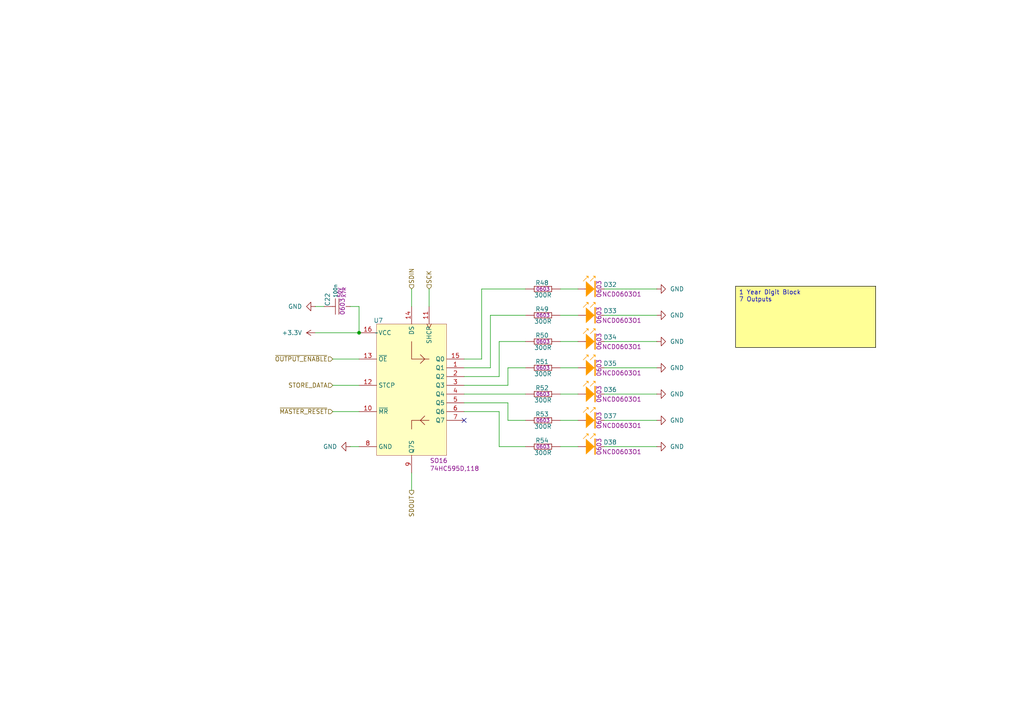
<source format=kicad_sch>
(kicad_sch (version 20250114) (generator "eeschema") (generator_version "9.0")
  (paper "A4")
  (title_block (date "2025-08-08") (rev "1"))
  (lib_symbols
    (symbol "SCH_LIB:C_0603_100nF_50V_X7R" (pin_numbers (hide yes)) (pin_names (hide yes))
      (property "Reference" "C" (at 2.032 -1.016 0))
      (property "Value" "100n" (at 2.54 -3.302 0))
      (property "Voltage" "50V" (at 2.54 -4.572 0))
      (property "Dielectric" "X7R" (at 2.54 -5.842 0))
      (property "SCH_FOOTPRINT" "0603" (at 0 -5.334 0))
      (symbol "C_0603_100nF_50V_X7R_1_0"
        (polyline (pts (xy -2.286 -3.302) (xy 2.286 -3.302)))
        (polyline (pts (xy -2.286 -4.318) (xy 2.286 -4.318)))
        (polyline (pts (xy 0 -2.54) (xy 0 -3.302)))
        (pin passive line (at 0 0 270) (length 2.54) (name "1") (number "1"))
        (pin passive line (at 0 -7.62 90) (length 1.27) (name "2") (number "2"))
      )
    )
    (symbol "SCH_LIB:OL_NCD0603O1" (pin_numbers (hide yes)) (pin_names (hide yes))
      (property "Reference" "D" (at 7.366 1.27 0))
      (property "Manufacturer Part Number" "NCD0603O1" (at 12.7 -1.524 0))
      (property "SCH_FOOTPRINT" "0603" (at 6.096 0 90))
      (symbol "OL_NCD0603O1_1_0"
        (polyline (pts (xy 2.032 0) (xy 2.286 0)))
        (polyline (pts (xy 2.286 3.81) (xy 3.048 3.81) (xy 3.048 3.048) (xy 2.286 3.81)) (stroke (width -0.0001) (color 255 153 0 1)) (fill (type outline)))
        (polyline (pts (xy 2.286 2.286) (xy 4.826 0) (xy 2.286 -2.286) (xy 2.286 2.286)) (stroke (width -0.0001) (color 255 153 0 1)) (fill (type outline)))
        (polyline (pts (xy 2.54 3.302) (xy 1.524 2.286)) (stroke (width 0) (color 255 153 0 1)))
        (polyline (pts (xy 4.318 3.81) (xy 5.08 3.81) (xy 5.08 3.048) (xy 4.318 3.81)) (stroke (width -0.0001) (color 255 153 0 1)) (fill (type outline)))
        (polyline (pts (xy 4.572 3.302) (xy 3.556 2.286)) (stroke (width 0) (color 255 153 0 1)))
        (polyline (pts (xy 4.826 2.286) (xy 5.08 2.286) (xy 5.08 -2.286) (xy 4.826 -2.286) (xy 4.826 2.286)) (stroke (width 0) (color 255 153 0 1)) (fill (type color) (color 255 153 0 1)))
        (pin passive line (at 0 0 0) (length 2.032) (name "A") (number "2"))
        (pin passive line (at 7.62 0 180) (length 1.016) (name "K") (number "1"))
      )
    )
    (symbol "SCH_LIB:R_0603_300R_1%" (pin_numbers (hide yes)) (pin_names (hide yes))
      (property "Reference" "R" (at 4.826 1.778 0))
      (property "Value" "300R" (at 5.08 -1.778 0))
      (property "SCH_FOOTPRINT" "0603" (at 5.08 0 0))
      (symbol "R_0603_300R_1%_1_0"
        (polyline (pts (xy 2.54 0.762) (xy 2.54 -0.762)))
        (polyline (pts (xy 2.54 0.762) (xy 7.62 0.762)))
        (polyline (pts (xy 2.54 -0.762) (xy 7.62 -0.762)))
        (polyline (pts (xy 7.62 0.762) (xy 7.62 -0.762)))
        (pin passive line (at 0 0 0) (length 2.54) (name "1") (number "1"))
        (pin passive line (at 10.16 0 180) (length 2.54) (name "2") (number "2"))
      )
    )
    (symbol "SCH_LIB:U_74HC595D,118"
      (property "Reference" "U" (at 0.508 3.556 0))
      (property "Manufacturer Part Number" "74HC595D,118" (at 22.606 -39.37 0))
      (property "SCH_FOOTPRINT" "SO16" (at 18.034 -37.084 0))
      (symbol "U_74HC595D,118_1_0"
        (rectangle (start 0 2.54) (end 20.32 -35.56) (stroke (width 0.0254) (color 128 0 0 1)) (fill (type background)))
        (polyline (pts (xy 10.16 -2.54) (xy 10.16 -7.62) (xy 15.24 -7.62)))
        (polyline (pts (xy 12.7 -6.35) (xy 13.97 -7.62) (xy 12.7 -8.89)))
        (polyline (pts (xy 13.97 -24.13) (xy 12.7 -25.4) (xy 13.97 -26.67)))
        (polyline (pts (xy 15.24 -25.4) (xy 10.16 -25.4) (xy 10.16 -27.94)))
        (pin passive line (at -5.08 0 0) (length 5.08) (name "VCC") (number "16"))
        (pin passive line (at -5.08 -7.62 0) (length 5.08) (name "~{OE}") (number "13"))
        (pin passive line (at -5.08 -15.24 0) (length 5.08) (name "STCP") (number "12"))
        (pin passive line (at -5.08 -22.86 0) (length 5.08) (name "~{MR}") (number "10"))
        (pin passive line (at -5.08 -33.02 0) (length 5.08) (name "GND") (number "8"))
        (pin passive line (at 10.16 7.62 270) (length 5.08) (name "DS") (number "14"))
        (pin passive line (at 10.16 -40.64 90) (length 5.08) (name "Q7S") (number "9"))
        (pin passive clock (at 15.24 7.62 270) (length 5.08) (name "SHCP") (number "11"))
        (pin passive line (at 25.4 -7.62 180) (length 5.08) (name "Q0") (number "15"))
        (pin passive line (at 25.4 -10.16 180) (length 5.08) (name "Q1") (number "1"))
        (pin passive line (at 25.4 -12.7 180) (length 5.08) (name "Q2") (number "2"))
        (pin passive line (at 25.4 -15.24 180) (length 5.08) (name "Q3") (number "3"))
        (pin passive line (at 25.4 -17.78 180) (length 5.08) (name "Q4") (number "4"))
        (pin passive line (at 25.4 -20.32 180) (length 5.08) (name "Q5") (number "5"))
        (pin passive line (at 25.4 -22.86 180) (length 5.08) (name "Q6") (number "6"))
        (pin passive line (at 25.4 -25.4 180) (length 5.08) (name "Q7") (number "7"))
      )
    )
    (symbol "power:+3.3V" (power) (pin_numbers (hide yes)) (pin_names (offset 0) (hide yes))
      (property "Value" "+3.3V" (at 0 3.556 0))
      (symbol "+3.3V_0_1"
        (polyline (pts (xy -0.762 1.27) (xy 0 2.54)))
        (polyline (pts (xy 0 2.54) (xy 0.762 1.27)))
        (polyline (pts (xy 0 0) (xy 0 2.54)))
      )
      (symbol "+3.3V_1_1"
        (pin power_in line (at 0 0 90) (length 0) (name "~") (number "1"))
      )
    )
    (symbol "power:GND" (power) (pin_numbers (hide yes)) (pin_names (offset 0) (hide yes))
      (property "Value" "GND" (at 0 -3.81 0))
      (symbol "GND_0_1"
        (polyline (pts (xy 0 0) (xy 0 -1.27) (xy 1.27 -1.27) (xy 0 -2.54) (xy -1.27 -1.27) (xy 0 -1.27)))
      )
      (symbol "GND_1_1"
        (pin power_in line (at 0 0 270) (length 0) (name "~") (number "1"))
      )
    )
  )
  (text_box "1 Year Digit Block\n7 Outputs" (at 254 83.0072 0) (size -40.64 17.78) (margins 0.9525 0.9525 0.9525 0.9525) (stroke (width 0) (color 0 0 0 1)) (fill (type color) (color 255 255 150 1)) (effects (font (size 1.27 1.27)) (justify left top)))
  (junction (at 104.14 96.52))
  (no_connect (at 134.62 121.92))
  (wire (pts (xy 144.78 109.22) (xy 144.78 99.06)))
  (wire (pts (xy 175.26 129.54) (xy 190.5 129.54)))
  (wire (pts (xy 119.38 88.9) (xy 119.38 83.82)))
  (wire (pts (xy 162.56 83.82) (xy 167.64 83.82)))
  (wire (pts (xy 175.26 121.92) (xy 190.5 121.92)))
  (wire (pts (xy 139.7 104.14) (xy 139.7 83.82)))
  (wire (pts (xy 147.32 116.84) (xy 147.32 121.92)))
  (wire (pts (xy 144.78 99.06) (xy 152.4 99.06)))
  (wire (pts (xy 162.56 121.92) (xy 167.64 121.92)))
  (wire (pts (xy 134.62 114.3) (xy 152.4 114.3)))
  (wire (pts (xy 144.78 129.54) (xy 152.4 129.54)))
  (wire (pts (xy 124.46 83.82) (xy 124.46 88.9)))
  (wire (pts (xy 134.62 104.14) (xy 139.7 104.14)))
  (wire (pts (xy 134.62 116.84) (xy 147.32 116.84)))
  (wire (pts (xy 147.32 106.68) (xy 152.4 106.68)))
  (wire (pts (xy 142.24 106.68) (xy 142.24 91.44)))
  (wire (pts (xy 139.7 83.82) (xy 152.4 83.82)))
  (wire (pts (xy 104.14 96.52) (xy 104.14 88.9)))
  (wire (pts (xy 175.26 99.06) (xy 190.5 99.06)))
  (wire (pts (xy 104.14 119.38) (xy 96.52 119.38)))
  (wire (pts (xy 134.62 109.22) (xy 144.78 109.22)))
  (wire (pts (xy 104.14 129.54) (xy 101.6 129.54)))
  (wire (pts (xy 175.26 106.68) (xy 190.5 106.68)))
  (wire (pts (xy 119.38 137.16) (xy 119.38 142.24)))
  (wire (pts (xy 175.26 114.3) (xy 190.5 114.3)))
  (wire (pts (xy 104.14 88.9) (xy 101.6 88.9)))
  (wire (pts (xy 162.56 114.3) (xy 167.64 114.3)))
  (wire (pts (xy 147.32 111.76) (xy 147.32 106.68)))
  (wire (pts (xy 104.14 96.52) (xy 91.44 96.52)))
  (wire (pts (xy 104.14 104.14) (xy 96.52 104.14)))
  (wire (pts (xy 134.62 111.76) (xy 147.32 111.76)))
  (wire (pts (xy 134.62 106.68) (xy 142.24 106.68)))
  (wire (pts (xy 93.98 88.9) (xy 91.44 88.9)))
  (wire (pts (xy 134.62 119.38) (xy 144.78 119.38)))
  (wire (pts (xy 162.56 129.54) (xy 167.64 129.54)))
  (wire (pts (xy 104.14 111.76) (xy 96.52 111.76)))
  (wire (pts (xy 147.32 121.92) (xy 152.4 121.92)))
  (wire (pts (xy 162.56 91.44) (xy 167.64 91.44)))
  (wire (pts (xy 175.26 91.44) (xy 190.5 91.44)))
  (wire (pts (xy 162.56 106.68) (xy 167.64 106.68)))
  (wire (pts (xy 144.78 119.38) (xy 144.78 129.54)))
  (wire (pts (xy 175.26 83.82) (xy 190.5 83.82)))
  (wire (pts (xy 142.24 91.44) (xy 152.4 91.44)))
  (wire (pts (xy 162.56 99.06) (xy 167.64 99.06)))
  (hierarchical_label "SDIN" (shape input) (at 119.38 83.82 90))
  (hierarchical_label "~{OUTPUT_ENABLE}" (shape input) (at 96.52 104.14 180))
  (hierarchical_label "SDOUT" (shape output) (at 119.38 142.24 270))
  (hierarchical_label "~{MASTER_RESET}" (shape input) (at 96.52 119.38 180))
  (hierarchical_label "SCK" (shape input) (at 124.46 83.82 90))
  (hierarchical_label "STORE_DATA" (shape input) (at 96.52 111.76 180))
  (symbol (lib_id "SCH_LIB:R_0603_300R_1%") (at 152.4 91.44 0) (unit 1)
    (property "Reference" "R49" (at 157.226 89.662 0))
    (property "Value" "300R" (at 157.48 93.218 0))
    (property "Footprint" "PCB_LIB:R_0603_1608" (effects (hide yes)))
    (property "Description" "Resistor" (effects (hide yes)))
    (property "SCH_FOOTPRINT" "0603" (at 157.48 91.44 0) (effects (font (size 1.016 1.016))))
    (property "Tolerance" "1%" (effects (hide yes)))
    (property "Manufacturer" "Yageo" (effects (hide yes)))
    (property "Manufacturer Part Number" "RC0603FR-07300RL" (effects (hide yes)))
    (instances (project "PCB_LED_CALENDAR" (path "" (reference "R49") (unit 1)) (path "" (reference "R56") (unit 1)) (path "" (reference "R63") (unit 1)) (path "" (reference "R70") (unit 1))))
  )
  (symbol (lib_id "power:GND") (at 190.5 91.44 90) (unit 1)
    (property "Reference" "#PWR0112" (effects (hide yes)))
    (property "Value" "GND" (at 194.31 91.4399 90) (effects (justify right)))
    (property "Description" "Power symbol creates a global label with name \"GND\" , ground" (effects (hide yes)))
    (instances (project "PCB_LED_CALENDAR" (path "" (reference "#PWR0112") (unit 1)) (path "" (reference "#PWR0126") (unit 1)) (path "" (reference "#PWR0136") (unit 1)) (path "" (reference "#PWR0146") (unit 1))))
  )
  (symbol (lib_id "SCH_LIB:OL_NCD0603O1") (at 167.64 106.68 0) (unit 1)
    (property "Reference" "D35" (at 175.006 105.41 0) (effects (justify left)))
    (property "Footprint" "PCB_LIB:OL_NCD0603O1" (effects (hide yes)))
    (property "Description" "Orange 130° 65mW 1.6V~2.6V 0603" (effects (hide yes)))
    (property "SCH_FOOTPRINT" "0603" (at 173.736 106.68 90))
    (property "Manufacturer" "Foshan NationStar Optoelectronics" (effects (hide yes)))
    (property "Manufacturer Part Number" "NCD0603O1" (at 180.34 108.204 0))
    (instances (project "PCB_LED_CALENDAR" (path "" (reference "D35") (unit 1)) (path "" (reference "D42") (unit 1)) (path "" (reference "D49") (unit 1)) (path "" (reference "D56") (unit 1))))
  )
  (symbol (lib_id "SCH_LIB:OL_NCD0603O1") (at 167.64 129.54 0) (unit 1)
    (property "Reference" "D38" (at 175.006 128.27 0) (effects (justify left)))
    (property "Footprint" "PCB_LIB:OL_NCD0603O1" (effects (hide yes)))
    (property "Description" "Orange 130° 65mW 1.6V~2.6V 0603" (effects (hide yes)))
    (property "SCH_FOOTPRINT" "0603" (at 173.736 129.54 90))
    (property "Manufacturer" "Foshan NationStar Optoelectronics" (effects (hide yes)))
    (property "Manufacturer Part Number" "NCD0603O1" (at 180.34 131.064 0))
    (instances (project "PCB_LED_CALENDAR" (path "" (reference "D38") (unit 1)) (path "" (reference "D45") (unit 1)) (path "" (reference "D52") (unit 1)) (path "" (reference "D59") (unit 1))))
  )
  (symbol (lib_id "SCH_LIB:R_0603_300R_1%") (at 152.4 106.68 0) (unit 1)
    (property "Reference" "R51" (at 157.226 104.902 0))
    (property "Value" "300R" (at 157.48 108.458 0))
    (property "Footprint" "PCB_LIB:R_0603_1608" (effects (hide yes)))
    (property "Description" "Resistor" (effects (hide yes)))
    (property "SCH_FOOTPRINT" "0603" (at 157.48 106.68 0) (effects (font (size 1.016 1.016))))
    (property "Tolerance" "1%" (effects (hide yes)))
    (property "Manufacturer" "Yageo" (effects (hide yes)))
    (property "Manufacturer Part Number" "RC0603FR-07300RL" (effects (hide yes)))
    (instances (project "PCB_LED_CALENDAR" (path "" (reference "R51") (unit 1)) (path "" (reference "R58") (unit 1)) (path "" (reference "R65") (unit 1)) (path "" (reference "R72") (unit 1))))
  )
  (symbol (lib_id "power:+3.3V") (at 91.44 96.52 90) (unit 1)
    (property "Reference" "#PWR0109" (effects (hide yes)))
    (property "Value" "+3.3V" (at 87.63 96.5199 90) (effects (justify left)))
    (property "Description" "Power symbol creates a global label with name \"+3.3V\"" (effects (hide yes)))
    (instances (project "PCB_LED_CALENDAR" (path "" (reference "#PWR0109") (unit 1)) (path "" (reference "#PWR0123") (unit 1)) (path "" (reference "#PWR0133") (unit 1)) (path "" (reference "#PWR0143") (unit 1))))
  )
  (symbol (lib_id "SCH_LIB:R_0603_300R_1%") (at 152.4 83.82 0) (unit 1)
    (property "Reference" "R48" (at 157.226 82.042 0))
    (property "Value" "300R" (at 157.48 85.598 0))
    (property "Footprint" "PCB_LIB:R_0603_1608" (effects (hide yes)))
    (property "Description" "Resistor" (effects (hide yes)))
    (property "SCH_FOOTPRINT" "0603" (at 157.48 83.82 0) (effects (font (size 1.016 1.016))))
    (property "Tolerance" "1%" (effects (hide yes)))
    (property "Manufacturer" "Yageo" (effects (hide yes)))
    (property "Manufacturer Part Number" "RC0603FR-07300RL" (effects (hide yes)))
    (instances (project "PCB_LED_CALENDAR" (path "" (reference "R48") (unit 1)) (path "" (reference "R55") (unit 1)) (path "" (reference "R62") (unit 1)) (path "" (reference "R69") (unit 1))))
  )
  (symbol (lib_id "power:GND") (at 190.5 99.06 90) (unit 1)
    (property "Reference" "#PWR0117" (effects (hide yes)))
    (property "Value" "GND" (at 194.31 99.0599 90) (effects (justify right)))
    (property "Description" "Power symbol creates a global label with name \"GND\" , ground" (effects (hide yes)))
    (instances (project "PCB_LED_CALENDAR" (path "" (reference "#PWR0117") (unit 1)) (path "" (reference "#PWR0127") (unit 1)) (path "" (reference "#PWR0137") (unit 1)) (path "" (reference "#PWR0147") (unit 1))))
  )
  (symbol (lib_id "SCH_LIB:R_0603_300R_1%") (at 152.4 129.54 0) (unit 1)
    (property "Reference" "R54" (at 157.226 127.762 0))
    (property "Value" "300R" (at 157.48 131.318 0))
    (property "Footprint" "PCB_LIB:R_0603_1608" (effects (hide yes)))
    (property "Description" "Resistor" (effects (hide yes)))
    (property "SCH_FOOTPRINT" "0603" (at 157.48 129.54 0) (effects (font (size 1.016 1.016))))
    (property "Tolerance" "1%" (effects (hide yes)))
    (property "Manufacturer" "Yageo" (effects (hide yes)))
    (property "Manufacturer Part Number" "RC0603FR-07300RL" (effects (hide yes)))
    (instances (project "PCB_LED_CALENDAR" (path "" (reference "R54") (unit 1)) (path "" (reference "R61") (unit 1)) (path "" (reference "R68") (unit 1)) (path "" (reference "R75") (unit 1))))
  )
  (symbol (lib_id "SCH_LIB:OL_NCD0603O1") (at 167.64 91.44 0) (unit 1)
    (property "Reference" "D33" (at 175.006 90.17 0) (effects (justify left)))
    (property "Footprint" "PCB_LIB:OL_NCD0603O1" (effects (hide yes)))
    (property "Description" "Orange 130° 65mW 1.6V~2.6V 0603" (effects (hide yes)))
    (property "SCH_FOOTPRINT" "0603" (at 173.736 91.44 90))
    (property "Manufacturer" "Foshan NationStar Optoelectronics" (effects (hide yes)))
    (property "Manufacturer Part Number" "NCD0603O1" (at 180.34 92.964 0))
    (instances (project "PCB_LED_CALENDAR" (path "" (reference "D33") (unit 1)) (path "" (reference "D40") (unit 1)) (path "" (reference "D47") (unit 1)) (path "" (reference "D54") (unit 1))))
  )
  (symbol (lib_id "power:GND") (at 190.5 121.92 90) (unit 1)
    (property "Reference" "#PWR0120" (effects (hide yes)))
    (property "Value" "GND" (at 194.31 121.9199 90) (effects (justify right)))
    (property "Description" "Power symbol creates a global label with name \"GND\" , ground" (effects (hide yes)))
    (instances (project "PCB_LED_CALENDAR" (path "" (reference "#PWR0120") (unit 1)) (path "" (reference "#PWR0130") (unit 1)) (path "" (reference "#PWR0140") (unit 1)) (path "" (reference "#PWR0150") (unit 1))))
  )
  (symbol (lib_id "SCH_LIB:OL_NCD0603O1") (at 167.64 83.82 0) (unit 1)
    (property "Reference" "D32" (at 175.006 82.55 0) (effects (justify left)))
    (property "Footprint" "PCB_LIB:OL_NCD0603O1" (effects (hide yes)))
    (property "Description" "Orange 130° 65mW 1.6V~2.6V 0603" (effects (hide yes)))
    (property "SCH_FOOTPRINT" "0603" (at 173.736 83.82 90))
    (property "Manufacturer" "Foshan NationStar Optoelectronics" (effects (hide yes)))
    (property "Manufacturer Part Number" "NCD0603O1" (at 180.34 85.344 0))
    (instances (project "PCB_LED_CALENDAR" (path "" (reference "D32") (unit 1)) (path "" (reference "D39") (unit 1)) (path "" (reference "D46") (unit 1)) (path "" (reference "D53") (unit 1))))
  )
  (symbol (lib_id "power:GND") (at 190.5 129.54 90) (unit 1)
    (property "Reference" "#PWR0121" (effects (hide yes)))
    (property "Value" "GND" (at 194.31 129.5399 90) (effects (justify right)))
    (property "Description" "Power symbol creates a global label with name \"GND\" , ground" (effects (hide yes)))
    (instances (project "PCB_LED_CALENDAR" (path "" (reference "#PWR0121") (unit 1)) (path "" (reference "#PWR0131") (unit 1)) (path "" (reference "#PWR0141") (unit 1)) (path "" (reference "#PWR0151") (unit 1))))
  )
  (symbol (lib_id "SCH_LIB:R_0603_300R_1%") (at 152.4 114.3 0) (unit 1)
    (property "Reference" "R52" (at 157.226 112.522 0))
    (property "Value" "300R" (at 157.48 116.078 0))
    (property "Footprint" "PCB_LIB:R_0603_1608" (effects (hide yes)))
    (property "Description" "Resistor" (effects (hide yes)))
    (property "SCH_FOOTPRINT" "0603" (at 157.48 114.3 0) (effects (font (size 1.016 1.016))))
    (property "Tolerance" "1%" (effects (hide yes)))
    (property "Manufacturer" "Yageo" (effects (hide yes)))
    (property "Manufacturer Part Number" "RC0603FR-07300RL" (effects (hide yes)))
    (instances (project "PCB_LED_CALENDAR" (path "" (reference "R52") (unit 1)) (path "" (reference "R59") (unit 1)) (path "" (reference "R66") (unit 1)) (path "" (reference "R73") (unit 1))))
  )
  (symbol (lib_id "power:GND") (at 190.5 106.68 90) (unit 1)
    (property "Reference" "#PWR0118" (effects (hide yes)))
    (property "Value" "GND" (at 194.31 106.6799 90) (effects (justify right)))
    (property "Description" "Power symbol creates a global label with name \"GND\" , ground" (effects (hide yes)))
    (instances (project "PCB_LED_CALENDAR" (path "" (reference "#PWR0118") (unit 1)) (path "" (reference "#PWR0128") (unit 1)) (path "" (reference "#PWR0138") (unit 1)) (path "" (reference "#PWR0148") (unit 1))))
  )
  (symbol (lib_id "power:GND") (at 91.44 88.9 270) (unit 1)
    (property "Reference" "#PWR0108" (effects (hide yes)))
    (property "Value" "GND" (at 87.63 88.8999 90) (effects (justify right)))
    (property "Description" "Power symbol creates a global label with name \"GND\" , ground" (effects (hide yes)))
    (instances (project "PCB_LED_CALENDAR" (path "" (reference "#PWR0108") (unit 1)) (path "" (reference "#PWR0122") (unit 1)) (path "" (reference "#PWR0132") (unit 1)) (path "" (reference "#PWR0142") (unit 1))))
  )
  (symbol (lib_id "SCH_LIB:OL_NCD0603O1") (at 167.64 121.92 0) (unit 1)
    (property "Reference" "D37" (at 175.006 120.65 0) (effects (justify left)))
    (property "Footprint" "PCB_LIB:OL_NCD0603O1" (effects (hide yes)))
    (property "Description" "Orange 130° 65mW 1.6V~2.6V 0603" (effects (hide yes)))
    (property "SCH_FOOTPRINT" "0603" (at 173.736 121.92 90))
    (property "Manufacturer" "Foshan NationStar Optoelectronics" (effects (hide yes)))
    (property "Manufacturer Part Number" "NCD0603O1" (at 180.34 123.444 0))
    (instances (project "PCB_LED_CALENDAR" (path "" (reference "D37") (unit 1)) (path "" (reference "D44") (unit 1)) (path "" (reference "D51") (unit 1)) (path "" (reference "D58") (unit 1))))
  )
  (symbol (lib_id "power:GND") (at 190.5 83.82 90) (unit 1)
    (property "Reference" "#PWR0111" (effects (hide yes)))
    (property "Value" "GND" (at 194.31 83.8199 90) (effects (justify right)))
    (property "Description" "Power symbol creates a global label with name \"GND\" , ground" (effects (hide yes)))
    (instances (project "PCB_LED_CALENDAR" (path "" (reference "#PWR0111") (unit 1)) (path "" (reference "#PWR0125") (unit 1)) (path "" (reference "#PWR0135") (unit 1)) (path "" (reference "#PWR0145") (unit 1))))
  )
  (symbol (lib_id "power:GND") (at 190.5 114.3 90) (unit 1)
    (property "Reference" "#PWR0119" (effects (hide yes)))
    (property "Value" "GND" (at 194.31 114.2999 90) (effects (justify right)))
    (property "Description" "Power symbol creates a global label with name \"GND\" , ground" (effects (hide yes)))
    (instances (project "PCB_LED_CALENDAR" (path "" (reference "#PWR0119") (unit 1)) (path "" (reference "#PWR0129") (unit 1)) (path "" (reference "#PWR0139") (unit 1)) (path "" (reference "#PWR0149") (unit 1))))
  )
  (symbol (lib_id "SCH_LIB:R_0603_300R_1%") (at 152.4 99.06 0) (unit 1)
    (property "Reference" "R50" (at 157.226 97.282 0))
    (property "Value" "300R" (at 157.48 100.838 0))
    (property "Footprint" "PCB_LIB:R_0603_1608" (effects (hide yes)))
    (property "Description" "Resistor" (effects (hide yes)))
    (property "SCH_FOOTPRINT" "0603" (at 157.48 99.06 0) (effects (font (size 1.016 1.016))))
    (property "Tolerance" "1%" (effects (hide yes)))
    (property "Manufacturer" "Yageo" (effects (hide yes)))
    (property "Manufacturer Part Number" "RC0603FR-07300RL" (effects (hide yes)))
    (instances (project "PCB_LED_CALENDAR" (path "" (reference "R50") (unit 1)) (path "" (reference "R57") (unit 1)) (path "" (reference "R64") (unit 1)) (path "" (reference "R71") (unit 1))))
  )
  (symbol (lib_id "SCH_LIB:OL_NCD0603O1") (at 167.64 114.3 0) (unit 1)
    (property "Reference" "D36" (at 175.006 113.03 0) (effects (justify left)))
    (property "Footprint" "PCB_LIB:OL_NCD0603O1" (effects (hide yes)))
    (property "Description" "Orange 130° 65mW 1.6V~2.6V 0603" (effects (hide yes)))
    (property "SCH_FOOTPRINT" "0603" (at 173.736 114.3 90))
    (property "Manufacturer" "Foshan NationStar Optoelectronics" (effects (hide yes)))
    (property "Manufacturer Part Number" "NCD0603O1" (at 180.34 115.824 0))
    (instances (project "PCB_LED_CALENDAR" (path "" (reference "D36") (unit 1)) (path "" (reference "D43") (unit 1)) (path "" (reference "D50") (unit 1)) (path "" (reference "D57") (unit 1))))
  )
  (symbol (lib_id "SCH_LIB:OL_NCD0603O1") (at 167.64 99.06 0) (unit 1)
    (property "Reference" "D34" (at 175.006 97.79 0) (effects (justify left)))
    (property "Footprint" "PCB_LIB:OL_NCD0603O1" (effects (hide yes)))
    (property "Description" "Orange 130° 65mW 1.6V~2.6V 0603" (effects (hide yes)))
    (property "SCH_FOOTPRINT" "0603" (at 173.736 99.06 90))
    (property "Manufacturer" "Foshan NationStar Optoelectronics" (effects (hide yes)))
    (property "Manufacturer Part Number" "NCD0603O1" (at 180.34 100.584 0))
    (instances (project "PCB_LED_CALENDAR" (path "" (reference "D34") (unit 1)) (path "" (reference "D41") (unit 1)) (path "" (reference "D48") (unit 1)) (path "" (reference "D55") (unit 1))))
  )
  (symbol (lib_id "power:GND") (at 101.6 129.54 270) (unit 1)
    (property "Reference" "#PWR0110" (effects (hide yes)))
    (property "Value" "GND" (at 97.79 129.5399 90) (effects (justify right)))
    (property "Description" "Power symbol creates a global label with name \"GND\" , ground" (effects (hide yes)))
    (instances (project "PCB_LED_CALENDAR" (path "" (reference "#PWR0110") (unit 1)) (path "" (reference "#PWR0124") (unit 1)) (path "" (reference "#PWR0134") (unit 1)) (path "" (reference "#PWR0144") (unit 1))))
  )
  (symbol (lib_id "SCH_LIB:C_0603_100nF_50V_X7R") (at 93.98 88.9 90) (unit 1)
    (property "Reference" "C22" (at 94.996 86.868 0))
    (property "Value" "100n" (at 97.282 86.36 0) (effects (font (size 1.016 1.016)) (justify left)))
    (property "Footprint" "PCB_LIB:C_0603_1608" (effects (hide yes)))
    (property "Description" "Capacitor" (effects (hide yes)))
    (property "SCH_FOOTPRINT" "0603" (at 99.314 88.9 0))
    (property "Voltage" "50V" (at 98.552 86.36 0) (effects (font (size 1.016 1.016)) (justify left)))
    (property "Dielectric" "X7R" (at 99.822 86.36 0) (effects (font (size 1.016 1.016)) (justify left)))
    (property "Manufacturer" "Samsung" (effects (hide yes)))
    (property "Manufacturer Part Number" "CL10B104JB8NNNC" (effects (hide yes)))
    (instances (project "PCB_LED_CALENDAR" (path "" (reference "C22") (unit 1)) (path "" (reference "C23") (unit 1)) (path "" (reference "C24") (unit 1)) (path "" (reference "C25") (unit 1))))
  )
  (symbol (lib_id "SCH_LIB:U_74HC595D,118") (at 109.22 96.52 0) (unit 1)
    (property "Reference" "U7" (at 109.728 92.964 0))
    (property "Value" "~" (at 109.22 96.52 0))
    (property "Footprint" "PCB_LIB:U_74HC595D,118" (effects (hide yes)))
    (property "Description" "8-bit serial-in, serial or parallel-out shift register with output latches; 3-state" (effects (hide yes)))
    (property "Manufacturer" "Nexperia" (effects (hide yes)))
    (property "Manufacturer Part Number" "74HC595D,118" (at 131.826 135.89 0))
    (property "SCH_FOOTPRINT" "SO16" (at 127.254 133.604 0))
    (instances (project "PCB_LED_CALENDAR" (path "" (reference "U7") (unit 1)) (path "" (reference "U8") (unit 1)) (path "" (reference "U9") (unit 1)) (path "" (reference "U10") (unit 1))))
  )
  (symbol (lib_id "SCH_LIB:R_0603_300R_1%") (at 152.4 121.92 0) (unit 1)
    (property "Reference" "R53" (at 157.226 120.142 0))
    (property "Value" "300R" (at 157.48 123.698 0))
    (property "Footprint" "PCB_LIB:R_0603_1608" (effects (hide yes)))
    (property "Description" "Resistor" (effects (hide yes)))
    (property "SCH_FOOTPRINT" "0603" (at 157.48 121.92 0) (effects (font (size 1.016 1.016))))
    (property "Tolerance" "1%" (effects (hide yes)))
    (property "Manufacturer" "Yageo" (effects (hide yes)))
    (property "Manufacturer Part Number" "RC0603FR-07300RL" (effects (hide yes)))
    (instances (project "PCB_LED_CALENDAR" (path "" (reference "R53") (unit 1)) (path "" (reference "R60") (unit 1)) (path "" (reference "R67") (unit 1)) (path "" (reference "R74") (unit 1))))
  )
)
</source>
